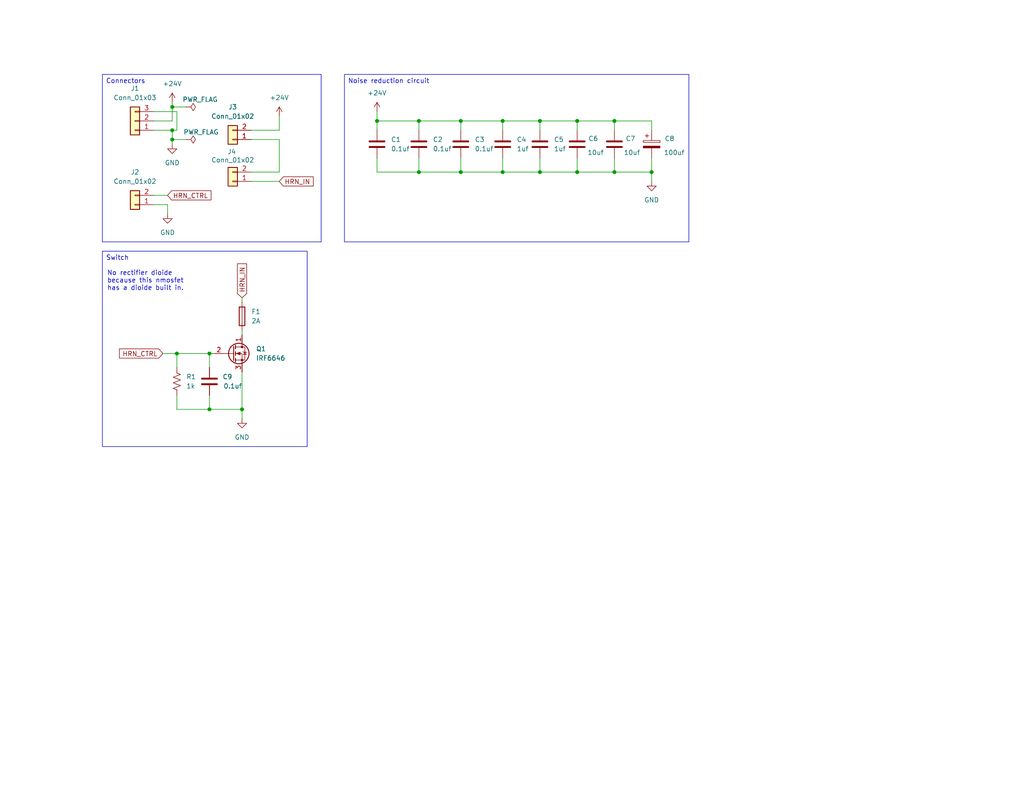
<source format=kicad_sch>
(kicad_sch (version 20231120) (generator "eeschema") (generator_version "8.0")
  (paper "USLetter")
  (title_block (title "Horn control board") (date "2025-09-14") (rev "1.0") (company "Illini Solar Car") (comment 1 "Designed By: Eddie :)"))
  (lib_symbols
    (symbol "Connector_Generic:Conn_01x02" (pin_names (offset 1.016) hide)
      (property "Reference" "J" (at 0 2.54 0))
      (property "Value" "Conn_01x02" (at 0 -5.08 0))
      (symbol "Conn_01x02_1_1"
        (rectangle (start -1.27 -2.413) (end 0 -2.667) (stroke (width 0.1524)))
        (rectangle (start -1.27 0.127) (end 0 -0.127) (stroke (width 0.1524)))
        (rectangle (start -1.27 1.27) (end 1.27 -3.81) (stroke (width 0.254)) (fill (type background)))
        (pin passive line (at -5.08 0 0) (length 3.81) (name "Pin_1") (number "1"))
        (pin passive line (at -5.08 -2.54 0) (length 3.81) (name "Pin_2") (number "2"))
      )
    )
    (symbol "Connector_Generic:Conn_01x03" (pin_names (offset 1.016) hide)
      (property "Reference" "J" (at 0 5.08 0))
      (property "Value" "Conn_01x03" (at 0 -5.08 0))
      (symbol "Conn_01x03_1_1"
        (rectangle (start -1.27 -2.413) (end 0 -2.667) (stroke (width 0.1524)))
        (rectangle (start -1.27 0.127) (end 0 -0.127) (stroke (width 0.1524)))
        (rectangle (start -1.27 2.667) (end 0 2.413) (stroke (width 0.1524)))
        (rectangle (start -1.27 3.81) (end 1.27 -3.81) (stroke (width 0.254)) (fill (type background)))
        (pin passive line (at -5.08 2.54 0) (length 3.81) (name "Pin_1") (number "1"))
        (pin passive line (at -5.08 0 0) (length 3.81) (name "Pin_2") (number "2"))
        (pin passive line (at -5.08 -2.54 0) (length 3.81) (name "Pin_3") (number "3"))
      )
    )
    (symbol "Device:C_Polarized" (pin_numbers hide) (pin_names (offset 0.254))
      (property "Reference" "C" (at 0.635 2.54 0))
      (property "Value" "C_Polarized" (at 0.635 -2.54 0))
      (symbol "C_Polarized_0_1"
        (rectangle (start -2.286 0.508) (end 2.286 1.016))
        (polyline (pts (xy -1.778 2.286) (xy -0.762 2.286)))
        (polyline (pts (xy -1.27 2.794) (xy -1.27 1.778)))
        (rectangle (start 2.286 -0.508) (end -2.286 -1.016) (fill (type outline)))
      )
      (symbol "C_Polarized_1_1"
        (pin passive line (at 0 3.81 270) (length 2.794) (name "~") (number "1"))
        (pin passive line (at 0 -3.81 90) (length 2.794) (name "~") (number "2"))
      )
    )
    (symbol "Device:Fuse" (pin_numbers hide) (pin_names (offset 0))
      (property "Reference" "F" (at 2.032 0 90))
      (property "Value" "Fuse" (at -1.905 0 90))
      (symbol "Fuse_0_1"
        (rectangle (start -0.762 -2.54) (end 0.762 2.54) (stroke (width 0.254)))
        (polyline (pts (xy 0 2.54) (xy 0 -2.54)))
      )
      (symbol "Fuse_1_1"
        (pin passive line (at 0 3.81 270) (length 1.27) (name "~") (number "1"))
        (pin passive line (at 0 -3.81 90) (length 1.27) (name "~") (number "2"))
      )
    )
    (symbol "Transistor_FET:IRF6646" (pin_names hide)
      (property "Reference" "Q" (at 5.08 1.905 0))
      (property "Value" "IRF6646" (at 5.08 0 0))
      (symbol "IRF6646_0_1"
        (polyline (pts (xy 0.254 0) (xy -2.54 0)))
        (polyline (pts (xy 0.254 1.905) (xy 0.254 -1.905)) (stroke (width 0.254)))
        (polyline (pts (xy 0.762 -1.27) (xy 0.762 -2.286)) (stroke (width 0.254)))
        (polyline (pts (xy 0.762 0.508) (xy 0.762 -0.508)) (stroke (width 0.254)))
        (polyline (pts (xy 0.762 2.286) (xy 0.762 1.27)) (stroke (width 0.254)))
        (polyline (pts (xy 2.54 2.54) (xy 2.54 1.778)))
        (polyline (pts (xy 2.54 -2.54) (xy 2.54 0) (xy 0.762 0)))
        (polyline (pts (xy 0.762 -1.778) (xy 3.302 -1.778) (xy 3.302 1.778) (xy 0.762 1.778)))
        (polyline (pts (xy 1.016 0) (xy 2.032 0.381) (xy 2.032 -0.381) (xy 1.016 0)) (fill (type outline)))
        (polyline (pts (xy 2.794 0.508) (xy 2.921 0.381) (xy 3.683 0.381) (xy 3.81 0.254)))
        (polyline (pts (xy 3.302 0.381) (xy 2.921 -0.254) (xy 3.683 -0.254) (xy 3.302 0.381)))
        (circle (center 1.651 0) (radius 2.794) (stroke (width 0.254)))
        (circle (center 2.54 -1.778) (radius 0.254) (fill (type outline)))
        (circle (center 2.54 1.778) (radius 0.254) (fill (type outline)))
      )
      (symbol "IRF6646_1_1"
        (pin passive line (at 2.54 5.08 270) (length 2.54) (name "D") (number "1"))
        (pin input line (at -5.08 0 0) (length 2.54) (name "G") (number "2"))
        (pin passive line (at 2.54 -5.08 90) (length 2.54) (name "S") (number "3"))
      )
    )
    (symbol "device:C" (pin_numbers hide) (pin_names (offset 0.254))
      (property "Reference" "C" (at 0.635 2.54 0))
      (property "Value" "C" (at 0.635 -2.54 0))
      (symbol "C_0_1"
        (polyline (pts (xy -2.032 -0.762) (xy 2.032 -0.762)) (stroke (width 0.508)))
        (polyline (pts (xy -2.032 0.762) (xy 2.032 0.762)) (stroke (width 0.508)))
      )
      (symbol "C_1_1"
        (pin passive line (at 0 3.81 270) (length 2.794) (name "~") (number "1"))
        (pin passive line (at 0 -3.81 90) (length 2.794) (name "~") (number "2"))
      )
    )
    (symbol "device:R_US" (pin_numbers hide) (pin_names (offset 0))
      (property "Reference" "R" (at 2.54 0 90))
      (property "Value" "R_US" (at -2.54 0 90))
      (symbol "R_US_0_1"
        (polyline (pts (xy 0 -2.286) (xy 0 -2.54)))
        (polyline (pts (xy 0 2.286) (xy 0 2.54)))
        (polyline (pts (xy 0 -0.762) (xy 1.016 -1.143) (xy 0 -1.524) (xy -1.016 -1.905) (xy 0 -2.286)))
        (polyline (pts (xy 0 0.762) (xy 1.016 0.381) (xy 0 0) (xy -1.016 -0.381) (xy 0 -0.762)))
        (polyline (pts (xy 0 2.286) (xy 1.016 1.905) (xy 0 1.524) (xy -1.016 1.143) (xy 0 0.762)))
      )
      (symbol "R_US_1_1"
        (pin passive line (at 0 3.81 270) (length 1.27) (name "~") (number "1"))
        (pin passive line (at 0 -3.81 90) (length 1.27) (name "~") (number "2"))
      )
    )
    (symbol "power:+24V" (power) (pin_names (offset 0))
      (property "Value" "+24V" (at 0 3.556 0))
      (symbol "+24V_0_1"
        (polyline (pts (xy -0.762 1.27) (xy 0 2.54)))
        (polyline (pts (xy 0 0) (xy 0 2.54)))
        (polyline (pts (xy 0 2.54) (xy 0.762 1.27)))
      )
      (symbol "+24V_1_1"
        (pin power_in line (at 0 0 90) (length 0) hide (name "+24V") (number "1"))
      )
    )
    (symbol "power:GND" (power) (pin_names (offset 0))
      (property "Value" "GND" (at 0 -3.81 0))
      (symbol "GND_0_1"
        (polyline (pts (xy 0 0) (xy 0 -1.27) (xy 1.27 -1.27) (xy 0 -2.54) (xy -1.27 -1.27) (xy 0 -1.27)))
      )
      (symbol "GND_1_1"
        (pin power_in line (at 0 0 270) (length 0) hide (name "GND") (number "1"))
      )
    )
    (symbol "power:PWR_FLAG" (power) (pin_numbers hide) (pin_names (offset 0) hide)
      (property "Value" "PWR_FLAG" (at 0 3.81 0))
      (symbol "PWR_FLAG_0_0"
        (pin power_out line (at 0 0 90) (length 0) (name "pwr") (number "1"))
      )
      (symbol "PWR_FLAG_0_1"
        (polyline (pts (xy 0 0) (xy 0 1.27) (xy -1.016 1.905) (xy 0 2.54) (xy 1.016 1.905) (xy 0 1.27)))
      )
    )
  )
  (junction (at 157.48 46.99))
  (junction (at 102.87 33.02))
  (junction (at 147.32 46.99))
  (junction (at 137.16 46.99))
  (junction (at 125.73 46.99))
  (junction (at 57.15 96.52))
  (junction (at 46.99 29.21))
  (junction (at 147.32 33.02))
  (junction (at 57.15 111.76))
  (junction (at 125.73 33.02))
  (junction (at 157.48 33.02))
  (junction (at 46.99 35.56))
  (junction (at 167.64 33.02))
  (junction (at 46.99 38.1))
  (junction (at 114.3 46.99))
  (junction (at 48.26 96.52))
  (junction (at 167.64 46.99))
  (junction (at 66.04 111.76))
  (junction (at 114.3 33.02))
  (junction (at 137.16 33.02))
  (junction (at 177.8 46.99))
  (wire (pts (xy 102.87 33.02) (xy 114.3 33.02)))
  (wire (pts (xy 125.73 46.99) (xy 114.3 46.99)))
  (wire (pts (xy 167.64 46.99) (xy 157.48 46.99)))
  (wire (pts (xy 137.16 43.18) (xy 137.16 46.99)))
  (wire (pts (xy 114.3 46.99) (xy 102.87 46.99)))
  (wire (pts (xy 76.2 38.1) (xy 76.2 46.99)))
  (wire (pts (xy 46.99 29.21) (xy 46.99 27.94)))
  (wire (pts (xy 41.91 33.02) (xy 46.99 33.02)))
  (wire (pts (xy 125.73 33.02) (xy 125.73 35.56)))
  (wire (pts (xy 66.04 114.3) (xy 66.04 111.76)))
  (wire (pts (xy 57.15 107.95) (xy 57.15 111.76)))
  (wire (pts (xy 102.87 46.99) (xy 102.87 43.18)))
  (wire (pts (xy 177.8 46.99) (xy 177.8 49.53)))
  (wire (pts (xy 76.2 35.56) (xy 76.2 31.75)))
  (wire (pts (xy 41.91 30.48) (xy 48.26 30.48)))
  (wire (pts (xy 41.91 35.56) (xy 46.99 35.56)))
  (wire (pts (xy 167.64 33.02) (xy 177.8 33.02)))
  (wire (pts (xy 68.58 49.53) (xy 76.2 49.53)))
  (wire (pts (xy 167.64 43.18) (xy 167.64 46.99)))
  (wire (pts (xy 46.99 33.02) (xy 46.99 29.21)))
  (wire (pts (xy 48.26 111.76) (xy 57.15 111.76)))
  (wire (pts (xy 157.48 33.02) (xy 167.64 33.02)))
  (wire (pts (xy 137.16 33.02) (xy 137.16 35.56)))
  (wire (pts (xy 137.16 33.02) (xy 147.32 33.02)))
  (wire (pts (xy 157.48 33.02) (xy 157.48 35.56)))
  (wire (pts (xy 66.04 90.17) (xy 66.04 91.44)))
  (wire (pts (xy 125.73 43.18) (xy 125.73 46.99)))
  (wire (pts (xy 114.3 33.02) (xy 125.73 33.02)))
  (wire (pts (xy 114.3 43.18) (xy 114.3 46.99)))
  (wire (pts (xy 50.8 38.1) (xy 46.99 38.1)))
  (wire (pts (xy 66.04 81.28) (xy 66.04 82.55)))
  (wire (pts (xy 68.58 38.1) (xy 76.2 38.1)))
  (wire (pts (xy 102.87 33.02) (xy 102.87 35.56)))
  (wire (pts (xy 41.91 55.88) (xy 45.72 55.88)))
  (wire (pts (xy 177.8 43.18) (xy 177.8 46.99)))
  (wire (pts (xy 48.26 111.76) (xy 48.26 107.95)))
  (wire (pts (xy 157.48 43.18) (xy 157.48 46.99)))
  (wire (pts (xy 66.04 101.6) (xy 66.04 111.76)))
  (wire (pts (xy 48.26 96.52) (xy 48.26 100.33)))
  (wire (pts (xy 102.87 30.48) (xy 102.87 33.02)))
  (wire (pts (xy 45.72 55.88) (xy 45.72 58.42)))
  (wire (pts (xy 57.15 96.52) (xy 57.15 100.33)))
  (wire (pts (xy 46.99 35.56) (xy 48.26 35.56)))
  (wire (pts (xy 44.45 96.52) (xy 48.26 96.52)))
  (wire (pts (xy 147.32 43.18) (xy 147.32 46.99)))
  (wire (pts (xy 147.32 33.02) (xy 147.32 35.56)))
  (wire (pts (xy 167.64 33.02) (xy 167.64 35.56)))
  (wire (pts (xy 177.8 33.02) (xy 177.8 35.56)))
  (wire (pts (xy 137.16 46.99) (xy 125.73 46.99)))
  (wire (pts (xy 50.8 29.21) (xy 46.99 29.21)))
  (wire (pts (xy 177.8 46.99) (xy 167.64 46.99)))
  (wire (pts (xy 125.73 33.02) (xy 137.16 33.02)))
  (wire (pts (xy 147.32 46.99) (xy 137.16 46.99)))
  (wire (pts (xy 147.32 33.02) (xy 157.48 33.02)))
  (wire (pts (xy 46.99 35.56) (xy 46.99 38.1)))
  (wire (pts (xy 48.26 96.52) (xy 57.15 96.52)))
  (wire (pts (xy 57.15 111.76) (xy 66.04 111.76)))
  (wire (pts (xy 48.26 30.48) (xy 48.26 35.56)))
  (wire (pts (xy 41.91 53.34) (xy 45.72 53.34)))
  (wire (pts (xy 114.3 33.02) (xy 114.3 35.56)))
  (wire (pts (xy 46.99 38.1) (xy 46.99 39.37)))
  (wire (pts (xy 157.48 46.99) (xy 147.32 46.99)))
  (wire (pts (xy 68.58 35.56) (xy 76.2 35.56)))
  (wire (pts (xy 68.58 46.99) (xy 76.2 46.99)))
  (wire (pts (xy 57.15 96.52) (xy 58.42 96.52)))
  (text_box "Connectors" (at 27.94 20.32 0) (size 59.69 45.72) (effects (font (size 1.27 1.27)) (justify left top)))
  (text_box "Noise reduction circuit" (at 93.98 20.32 0) (size 93.98 45.72) (effects (font (size 1.27 1.27)) (justify left top)))
  (text_box "Switch" (at 27.94 68.58 0) (size 55.88 53.34) (effects (font (size 1.27 1.27)) (justify left top)))
  (text "No rectifier dioide\nbecause this nmosfet\nhas a dioide built in." (at 29.21 76.708 0) (effects (font (size 1.27 1.27)) (justify left)))
  (global_label "HRN_CTRL" (shape input) (at 44.45 96.52 180) (property "Intersheetrefs" "${INTERSHEET_REFS}" (effects (hide yes))))
  (global_label "HRN_IN" (shape input) (at 76.2 49.53 0) (property "Intersheetrefs" "${INTERSHEET_REFS}" (effects (hide yes))))
  (global_label "HRN_CTRL" (shape input) (at 45.72 53.34 0) (property "Intersheetrefs" "${INTERSHEET_REFS}" (effects (hide yes))))
  (global_label "HRN_IN" (shape input) (at 66.04 81.28 90) (property "Intersheetrefs" "${INTERSHEET_REFS}" (effects (hide yes))))
  (symbol (lib_id "power:GND") (at 46.99 39.37 0) (unit 1)
    (property "Reference" "#PWR01" (effects (hide yes)))
    (property "Value" "GND" (at 46.99 44.45 0))
    (property "Description" "Power symbol creates a global label with name \"GND\" , ground" (effects (hide yes)))
  )
  (symbol (lib_id "device:C") (at 157.48 39.37 0) (unit 1)
    (property "Reference" "C6" (at 160.528 37.846 0) (effects (justify left)))
    (property "Value" "10uf" (at 160.274 41.656 0) (effects (justify left)))
    (property "Footprint" "Capacitor_SMD:C_0603_1608Metric_Pad1.08x0.95mm_HandSolder" (effects (hide yes)))
    (property "Description" "Unpolarized capacitor" (effects (hide yes)))
  )
  (symbol (lib_id "device:C") (at 114.3 39.37 0) (unit 1)
    (property "Reference" "C2" (at 118.11 38.0999 0) (effects (justify left)))
    (property "Value" "0.1uf" (at 118.11 40.6399 0) (effects (justify left)))
    (property "Footprint" "Capacitor_SMD:C_0603_1608Metric_Pad1.08x0.95mm_HandSolder" (effects (hide yes)))
    (property "Description" "Unpolarized capacitor" (effects (hide yes)))
  )
  (symbol (lib_id "power:+24V") (at 46.99 27.94 0) (unit 1)
    (property "Reference" "#PWR02" (effects (hide yes)))
    (property "Value" "+24V" (at 46.99 22.86 0))
    (property "Description" "Power symbol creates a global label with name \"+24V\"" (effects (hide yes)))
  )
  (symbol (lib_id "device:C") (at 137.16 39.37 0) (unit 1)
    (property "Reference" "C4" (at 140.97 38.0999 0) (effects (justify left)))
    (property "Value" "1uf" (at 140.97 40.6399 0) (effects (justify left)))
    (property "Footprint" "Capacitor_SMD:C_0603_1608Metric_Pad1.08x0.95mm_HandSolder" (effects (hide yes)))
    (property "Description" "Unpolarized capacitor" (effects (hide yes)))
  )
  (symbol (lib_id "Connector_Generic:Conn_01x03") (at 36.83 33.02 180) (unit 1)
    (property "Reference" "J1" (at 36.83 24.13 0))
    (property "Value" "Conn_01x03" (at 36.83 26.67 0))
    (property "Footprint" "Connector_Molex:Molex_KK-254_AE-6410-03A_1x03_P2.54mm_Vertical" (effects (hide yes)))
    (property "Description" "Generic connector, single row, 01x03, script generated (kicad-library-utils/schlib/autogen/connector/)" (effects (hide yes)))
  )
  (symbol (lib_id "power:GND") (at 45.72 58.42 0) (unit 1)
    (property "Reference" "#PWR03" (effects (hide yes)))
    (property "Value" "GND" (at 45.72 63.5 0))
    (property "Description" "Power symbol creates a global label with name \"GND\" , ground" (effects (hide yes)))
  )
  (symbol (lib_id "Transistor_FET:IRF6646") (at 63.5 96.52 0) (unit 1)
    (property "Reference" "Q1" (at 69.85 95.2499 0) (effects (justify left)))
    (property "Value" "IRF6646" (at 69.85 97.7899 0) (effects (justify left)))
    (property "Footprint" "Package_DirectFET:DirectFET_MN" (effects (hide yes)))
    (property "Datasheet" "https://www.infineon.com/dgdl/irf6646pbf.pdf?fileId=5546d462533600a4015355ec5f071a55" (effects (hide yes)))
    (property "Description" "12A Id, 80V Vds, 9.5mOhm Rds, N-Channel MOSFET, DirectFET MN" (effects (hide yes)))
  )
  (symbol (lib_id "power:PWR_FLAG") (at 50.8 38.1 270) (unit 1)
    (property "Reference" "#FLG02" (effects (hide yes)))
    (property "Value" "PWR_FLAG" (at 50.038 36.068 90) (effects (justify left)))
    (property "Description" "Special symbol for telling ERC where power comes from" (effects (hide yes)))
  )
  (symbol (lib_id "power:+24V") (at 76.2 31.75 0) (unit 1)
    (property "Reference" "#PWR04" (effects (hide yes)))
    (property "Value" "+24V" (at 76.2 26.67 0))
    (property "Description" "Power symbol creates a global label with name \"+24V\"" (effects (hide yes)))
  )
  (symbol (lib_id "Connector_Generic:Conn_01x02") (at 63.5 38.1 180) (unit 1)
    (property "Reference" "J3" (at 63.5 29.21 0))
    (property "Value" "Conn_01x02" (at 63.5 31.75 0))
    (property "Footprint" "Connector_Molex:Molex_KK-254_AE-6410-02A_1x02_P2.54mm_Vertical" (effects (hide yes)))
    (property "Description" "Generic connector, single row, 01x02, script generated (kicad-library-utils/schlib/autogen/connector/)" (effects (hide yes)))
  )
  (symbol (lib_id "device:C") (at 125.73 39.37 0) (unit 1)
    (property "Reference" "C3" (at 129.54 38.0999 0) (effects (justify left)))
    (property "Value" "0.1uf" (at 129.54 40.6399 0) (effects (justify left)))
    (property "Footprint" "Capacitor_SMD:C_0603_1608Metric_Pad1.08x0.95mm_HandSolder" (effects (hide yes)))
    (property "Description" "Unpolarized capacitor" (effects (hide yes)))
  )
  (symbol (lib_id "power:PWR_FLAG") (at 50.8 29.21 270) (unit 1)
    (property "Reference" "#FLG01" (effects (hide yes)))
    (property "Value" "PWR_FLAG" (at 49.784 27.178 90) (effects (justify left)))
    (property "Description" "Special symbol for telling ERC where power comes from" (effects (hide yes)))
  )
  (symbol (lib_id "device:C") (at 102.87 39.37 0) (unit 1)
    (property "Reference" "C1" (at 106.68 38.0999 0) (effects (justify left)))
    (property "Value" "0.1uf" (at 106.68 40.6399 0) (effects (justify left)))
    (property "Footprint" "Capacitor_SMD:C_0603_1608Metric_Pad1.08x0.95mm_HandSolder" (effects (hide yes)))
    (property "Description" "Unpolarized capacitor" (effects (hide yes)))
  )
  (symbol (lib_id "device:R_US") (at 48.26 104.14 0) (unit 1)
    (property "Reference" "R1" (at 50.8 102.8699 0) (effects (justify left)))
    (property "Value" "1k" (at 50.8 105.4099 0) (effects (justify left)))
    (property "Footprint" "Resistor_SMD:R_0603_1608Metric_Pad0.98x0.95mm_HandSolder" (effects (hide yes)))
    (property "Description" "Resistor, US symbol" (effects (hide yes)))
  )
  (symbol (lib_id "power:GND") (at 177.8 49.53 0) (unit 1)
    (property "Reference" "#PWR07" (effects (hide yes)))
    (property "Value" "GND" (at 177.8 54.61 0))
    (property "Description" "Power symbol creates a global label with name \"GND\" , ground" (effects (hide yes)))
  )
  (symbol (lib_id "Device:C_Polarized") (at 177.8 39.37 0) (unit 1)
    (property "Reference" "C8" (at 181.356 37.846 0) (effects (justify left)))
    (property "Value" "100uf" (at 181.102 41.656 0) (effects (justify left)))
    (property "Footprint" "Capacitor_THT:CP_Radial_D10.0mm_P5.00mm" (effects (hide yes)))
    (property "Datasheet" "https://www.vishay.com/doc?28318" (effects (hide yes)))
    (property "Description" "Polarized capacitor" (effects (hide yes)))
  )
  (symbol (lib_id "Device:Fuse") (at 66.04 86.36 0) (unit 1)
    (property "Reference" "F1" (at 68.58 85.0899 0) (effects (justify left)))
    (property "Value" "2A" (at 68.58 87.6299 0) (effects (justify left)))
    (property "Footprint" "Fuse:Fuse_0603_1608Metric_Pad1.05x0.95mm_HandSolder" (effects (hide yes)))
    (property "Description" "Fuse" (effects (hide yes)))
  )
  (symbol (lib_id "device:C") (at 57.15 104.14 0) (unit 1)
    (property "Reference" "C9" (at 60.706 102.87 0) (effects (justify left)))
    (property "Value" "0.1uf" (at 60.96 105.4099 0) (effects (justify left)))
    (property "Footprint" "Capacitor_SMD:C_0603_1608Metric_Pad1.08x0.95mm_HandSolder" (effects (hide yes)))
    (property "Description" "Unpolarized capacitor" (effects (hide yes)))
  )
  (symbol (lib_id "power:GND") (at 66.04 114.3 0) (unit 1)
    (property "Reference" "#PWR05" (effects (hide yes)))
    (property "Value" "GND" (at 66.04 119.38 0))
    (property "Description" "Power symbol creates a global label with name \"GND\" , ground" (effects (hide yes)))
  )
  (symbol (lib_id "device:C") (at 167.64 39.37 0) (unit 1)
    (property "Reference" "C7" (at 170.688 37.846 0) (effects (justify left)))
    (property "Value" "10uf" (at 170.18 41.656 0) (effects (justify left)))
    (property "Footprint" "Capacitor_SMD:C_0603_1608Metric_Pad1.08x0.95mm_HandSolder" (effects (hide yes)))
    (property "Description" "Unpolarized capacitor" (effects (hide yes)))
  )
  (symbol (lib_id "Connector_Generic:Conn_01x02") (at 63.5 49.53 180) (unit 1)
    (property "Reference" "J4" (at 63.246 41.402 0))
    (property "Value" "Conn_01x02" (at 63.5 43.688 0))
    (property "Footprint" "Connector_Molex:Molex_KK-254_AE-6410-02A_1x02_P2.54mm_Vertical" (effects (hide yes)))
    (property "Description" "Generic connector, single row, 01x02, script generated (kicad-library-utils/schlib/autogen/connector/)" (effects (hide yes)))
  )
  (symbol (lib_id "power:+24V") (at 102.87 30.48 0) (unit 1)
    (property "Reference" "#PWR06" (effects (hide yes)))
    (property "Value" "+24V" (at 102.87 25.4 0))
    (property "Description" "Power symbol creates a global label with name \"+24V\"" (effects (hide yes)))
  )
  (symbol (lib_id "device:C") (at 147.32 39.37 0) (unit 1)
    (property "Reference" "C5" (at 151.13 38.0999 0) (effects (justify left)))
    (property "Value" "1uf" (at 151.13 40.6399 0) (effects (justify left)))
    (property "Footprint" "Capacitor_SMD:C_0603_1608Metric_Pad1.08x0.95mm_HandSolder" (effects (hide yes)))
    (property "Description" "Unpolarized capacitor" (effects (hide yes)))
  )
  (symbol (lib_id "Connector_Generic:Conn_01x02") (at 36.83 55.88 180) (unit 1)
    (property "Reference" "J2" (at 36.83 46.99 0))
    (property "Value" "Conn_01x02" (at 36.83 49.53 0))
    (property "Footprint" "Connector_Molex:Molex_KK-254_AE-6410-02A_1x02_P2.54mm_Vertical" (effects (hide yes)))
    (property "Description" "Generic connector, single row, 01x02, script generated (kicad-library-utils/schlib/autogen/connector/)" (effects (hide yes)))
  )
)
</source>
